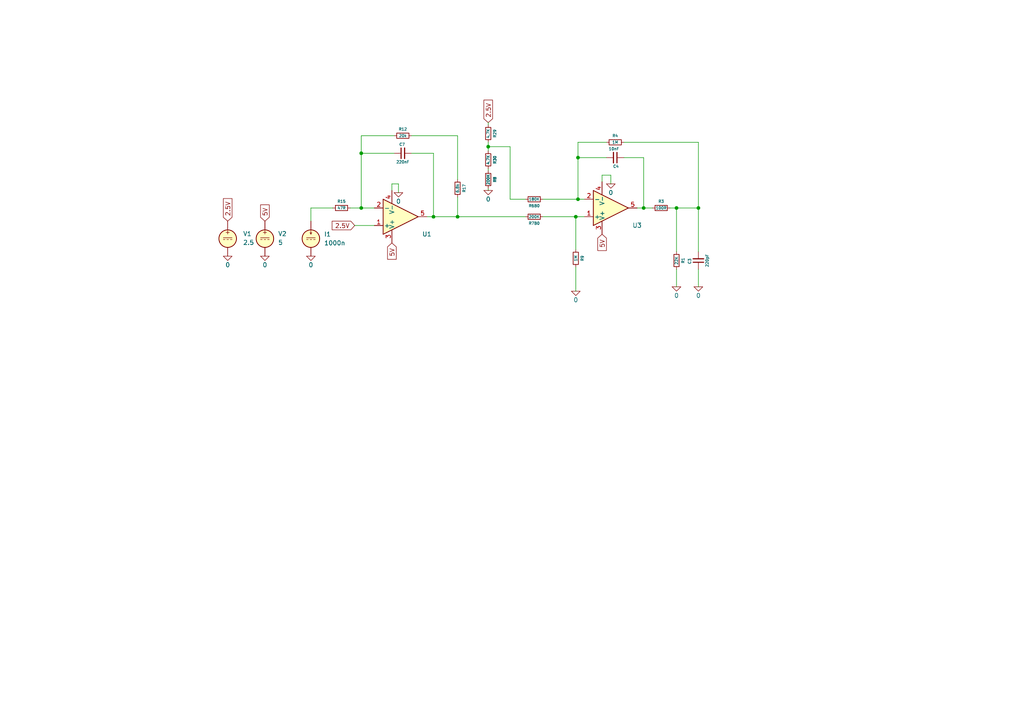
<source format=kicad_sch>
(kicad_sch (version 20231120) (generator "eeschema") (generator_version "8.0")
  (paper "A4")
  (title_block (title "OGS_Board") (date "2024-09-09") (rev "1") (company "Oizom Instruments Private Limited") (comment 1 "H2S / CO / SO2"))
  (lib_symbols
    (symbol "Device:C_Small" (pin_numbers hide) (pin_names (offset 0.254) hide)
      (property "Reference" "C" (at 0.254 1.778 0))
      (property "Value" "C_Small" (at 0.254 -2.032 0))
      (symbol "C_Small_0_1"
        (polyline (pts (xy -1.524 -0.508) (xy 1.524 -0.508)) (stroke (width 0.3302)))
        (polyline (pts (xy -1.524 0.508) (xy 1.524 0.508)) (stroke (width 0.3048)))
      )
      (symbol "C_Small_1_1"
        (pin passive line (at 0 2.54 270) (length 2.032) (name "~") (number "1"))
        (pin passive line (at 0 -2.54 90) (length 2.032) (name "~") (number "2"))
      )
    )
    (symbol "Device:R_Small" (pin_numbers hide) (pin_names (offset 0.254) hide)
      (property "Reference" "R" (at 0.762 0.508 0))
      (property "Value" "R_Small" (at 0.762 -1.016 0))
      (symbol "R_Small_0_1"
        (rectangle (start -0.762 1.778) (end 0.762 -1.778) (stroke (width 0.2032)))
      )
      (symbol "R_Small_1_1"
        (pin passive line (at 0 2.54 270) (length 0.762) (name "~") (number "1"))
        (pin passive line (at 0 -2.54 90) (length 0.762) (name "~") (number "2"))
      )
    )
    (symbol "Simulation_SPICE:0" (power) (pin_numbers hide) (pin_names (offset 0) hide)
      (property "Value" "0" (at 0 -2.54 0))
      (symbol "0_0_1"
        (polyline (pts (xy -1.27 0) (xy 0 -1.27) (xy 1.27 0) (xy -1.27 0)))
      )
      (symbol "0_1_1"
        (pin power_in line (at 0 0 0) (length 0) (name "~") (number "1"))
      )
    )
    (symbol "Simulation_SPICE:IDC" (pin_numbers hide) (pin_names (offset 0.0254))
      (property "Reference" "I" (at 2.54 2.54 0))
      (property "Value" "1" (at 2.54 0 0))
      (symbol "IDC_0_0"
        (polyline (pts (xy -1.27 0.254) (xy 1.27 0.254)))
        (polyline (pts (xy -0.762 -0.254) (xy -1.27 -0.254)))
        (polyline (pts (xy 0.254 -0.254) (xy -0.254 -0.254)))
        (polyline (pts (xy 1.27 -0.254) (xy 0.762 -0.254)))
      )
      (symbol "IDC_0_1"
        (polyline (pts (xy 0 1.27) (xy 0 2.286)))
        (polyline (pts (xy -0.254 1.778) (xy 0 1.27) (xy 0.254 1.778)))
        (circle (center 0 0) (radius 2.54) (stroke (width 0.254)) (fill (type background)))
      )
      (symbol "IDC_1_1"
        (pin passive line (at 0 5.08 270) (length 2.54) (name "~") (number "1"))
        (pin passive line (at 0 -5.08 90) (length 2.54) (name "~") (number "2"))
      )
    )
    (symbol "Simulation_SPICE:OPAMP" (pin_names (offset 0.254))
      (property "Reference" "U" (at 3.81 3.175 0))
      (property "Value" "${SIM.PARAMS}" (at 3.81 -3.175 0))
      (symbol "OPAMP_0_1"
        (polyline (pts (xy 5.08 0) (xy -5.08 5.08) (xy -5.08 -5.08) (xy 5.08 0)) (stroke (width 0.254)) (fill (type background)))
      )
      (symbol "OPAMP_1_1"
        (pin input line (at -7.62 2.54 0) (length 2.54) (name "+") (number "1"))
        (pin input line (at -7.62 -2.54 0) (length 2.54) (name "-") (number "2"))
        (pin power_in line (at -2.54 7.62 270) (length 3.81) (name "V+") (number "3"))
        (pin power_in line (at -2.54 -7.62 90) (length 3.81) (name "V-") (number "4"))
        (pin output line (at 7.62 0 180) (length 2.54) (name "~") (number "5"))
      )
    )
    (symbol "Simulation_SPICE:VDC" (pin_numbers hide) (pin_names (offset 0.0254))
      (property "Reference" "V" (at 2.54 2.54 0))
      (property "Value" "1" (at 2.54 0 0))
      (symbol "VDC_0_0"
        (polyline (pts (xy -1.27 0.254) (xy 1.27 0.254)))
        (polyline (pts (xy -0.762 -0.254) (xy -1.27 -0.254)))
        (polyline (pts (xy 0.254 -0.254) (xy -0.254 -0.254)))
        (polyline (pts (xy 1.27 -0.254) (xy 0.762 -0.254)))
        (text "+" (at 0 1.905 0) (effects (font (size 1.27 1.27))))
      )
      (symbol "VDC_0_1"
        (circle (center 0 0) (radius 2.54) (stroke (width 0.254)) (fill (type background)))
      )
      (symbol "VDC_1_1"
        (pin passive line (at 0 5.08 270) (length 2.54) (name "~") (number "1"))
        (pin passive line (at 0 -5.08 90) (length 2.54) (name "~") (number "2"))
      )
    )
  )
  (junction (at 125.73 62.865))
  (junction (at 141.605 42.545))
  (junction (at 167.64 45.72))
  (junction (at 186.69 60.325))
  (junction (at 196.215 60.325))
  (junction (at 202.565 60.325))
  (junction (at 104.775 44.45))
  (junction (at 167.005 62.865))
  (junction (at 167.64 57.785))
  (junction (at 132.715 62.865))
  (junction (at 104.775 60.325))
  (wire (pts (xy 174.625 52.705) (xy 174.625 50.8)))
  (wire (pts (xy 132.715 39.37) (xy 119.38 39.37)))
  (wire (pts (xy 90.17 64.135) (xy 90.17 60.325)))
  (wire (pts (xy 141.605 42.545) (xy 141.605 43.815)))
  (wire (pts (xy 141.605 35.56) (xy 141.605 36.195)))
  (wire (pts (xy 202.565 78.105) (xy 202.565 83.185)))
  (wire (pts (xy 113.665 55.245) (xy 113.665 53.34)))
  (wire (pts (xy 132.715 52.07) (xy 132.715 39.37)))
  (wire (pts (xy 167.64 45.72) (xy 175.895 45.72)))
  (wire (pts (xy 101.6 60.325) (xy 104.775 60.325)))
  (wire (pts (xy 125.73 62.865) (xy 132.715 62.865)))
  (wire (pts (xy 202.565 41.275) (xy 202.565 60.325)))
  (wire (pts (xy 174.625 50.8) (xy 177.165 50.8)))
  (wire (pts (xy 113.665 53.34) (xy 115.57 53.34)))
  (wire (pts (xy 147.955 57.785) (xy 147.955 42.545)))
  (wire (pts (xy 167.005 62.865) (xy 169.545 62.865)))
  (wire (pts (xy 175.895 41.275) (xy 167.64 41.275)))
  (wire (pts (xy 177.165 50.8) (xy 177.165 53.34)))
  (wire (pts (xy 90.17 60.325) (xy 96.52 60.325)))
  (wire (pts (xy 167.005 62.865) (xy 167.005 72.39)))
  (wire (pts (xy 157.48 57.785) (xy 167.64 57.785)))
  (wire (pts (xy 141.605 48.895) (xy 141.605 49.53)))
  (wire (pts (xy 115.57 53.34) (xy 115.57 55.88)))
  (wire (pts (xy 167.005 77.47) (xy 167.005 84.455)))
  (wire (pts (xy 141.605 54.61) (xy 141.605 55.245)))
  (wire (pts (xy 180.975 45.72) (xy 186.69 45.72)))
  (wire (pts (xy 125.73 62.865) (xy 125.73 44.45)))
  (wire (pts (xy 141.605 42.545) (xy 147.955 42.545)))
  (wire (pts (xy 114.3 39.37) (xy 104.775 39.37)))
  (wire (pts (xy 196.215 60.325) (xy 196.215 73.025)))
  (wire (pts (xy 157.48 62.865) (xy 167.005 62.865)))
  (wire (pts (xy 184.785 60.325) (xy 186.69 60.325)))
  (wire (pts (xy 132.715 62.865) (xy 152.4 62.865)))
  (wire (pts (xy 104.775 44.45) (xy 114.3 44.45)))
  (wire (pts (xy 123.825 62.865) (xy 125.73 62.865)))
  (wire (pts (xy 102.87 65.405) (xy 108.585 65.405)))
  (wire (pts (xy 104.775 44.45) (xy 104.775 60.325)))
  (wire (pts (xy 202.565 60.325) (xy 196.215 60.325)))
  (wire (pts (xy 196.215 78.105) (xy 196.215 83.185)))
  (wire (pts (xy 125.73 44.45) (xy 119.38 44.45)))
  (wire (pts (xy 167.64 57.785) (xy 169.545 57.785)))
  (wire (pts (xy 167.64 41.275) (xy 167.64 45.72)))
  (wire (pts (xy 104.775 60.325) (xy 108.585 60.325)))
  (wire (pts (xy 186.69 60.325) (xy 189.23 60.325)))
  (wire (pts (xy 180.975 41.275) (xy 202.565 41.275)))
  (wire (pts (xy 202.565 60.325) (xy 202.565 73.025)))
  (wire (pts (xy 167.64 45.72) (xy 167.64 57.785)))
  (wire (pts (xy 186.69 45.72) (xy 186.69 60.325)))
  (wire (pts (xy 104.775 39.37) (xy 104.775 44.45)))
  (wire (pts (xy 152.4 57.785) (xy 147.955 57.785)))
  (wire (pts (xy 196.215 60.325) (xy 194.31 60.325)))
  (wire (pts (xy 132.715 57.15) (xy 132.715 62.865)))
  (wire (pts (xy 141.605 41.275) (xy 141.605 42.545)))
  (global_label "2.5V" (shape input) (at 102.87 65.405 180) (property "Intersheetrefs" "${INTERSHEET_REFS}" (effects (hide yes))))
  (global_label "2.5V" (shape input) (at 141.605 35.56 90) (property "Intersheetrefs" "${INTERSHEET_REFS}" (effects (hide yes))))
  (global_label "5V" (shape input) (at 76.835 64.135 90) (property "Intersheetrefs" "${INTERSHEET_REFS}" (effects (hide yes))))
  (global_label "5V" (shape input) (at 174.625 67.945 270) (property "Intersheetrefs" "${INTERSHEET_REFS}" (effects (hide yes))))
  (global_label "2.5V" (shape input) (at 66.04 64.135 90) (property "Intersheetrefs" "${INTERSHEET_REFS}" (effects (hide yes))))
  (global_label "5V" (shape input) (at 113.665 70.485 270) (property "Intersheetrefs" "${INTERSHEET_REFS}" (effects (hide yes))))
  (symbol (lib_id "Device:R_Small") (at 154.94 57.785 270) (unit 1)
    (property "Reference" "R6B0" (at 154.94 59.69 90) (effects (font (size 0.8 0.8))))
    (property "Value" "180K" (at 154.94 57.785 90) (effects (font (size 0.8 0.8))))
    (property "Footprint" "Resistor_SMD:R_0603_1608Metric" (effects (hide yes)))
  )
  (symbol (lib_id "Simulation_SPICE:OPAMP") (at 177.165 60.325 0) (mirror x) (unit 1)
    (property "Reference" "U3" (at 184.785 65.3736 0))
    (property "Value" "${SIM.PARAMS}" (at 184.785 63.4685 0))
    (property "Datasheet" "https://ngspice.sourceforge.io/docs/ngspice-html-manual/manual.xhtml#sec__SUBCKT_Subcircuits" (effects (hide yes)))
    (property "Description" "Operational amplifier, single, node sequence=1:+ 2:- 3:OUT 4:V+ 5:V-" (effects (hide yes)))
    (property "Sim.Pins" "1=in+ 2=in- 3=vcc 4=vee 5=out" (effects (hide yes)))
    (property "Sim.Device" "SUBCKT" (effects (hide yes)))
    (property "Sim.Library" "${KICAD8_SYMBOL_DIR}/Simulation_SPICE.sp" (effects (hide yes)))
    (property "Sim.Name" "kicad_builtin_opamp" (effects (hide yes)))
  )
  (symbol (lib_id "Device:R_Small") (at 196.215 75.565 0) (unit 1)
    (property "Reference" "R1" (at 198.12 75.565 90) (effects (font (size 0.8 0.8))))
    (property "Value" "22K" (at 196.215 75.565 90) (effects (font (size 0.8 0.8))))
    (property "Footprint" "Resistor_SMD:R_0603_1608Metric" (effects (hide yes)))
  )
  (symbol (lib_id "Device:R_Small") (at 141.605 38.735 0) (unit 1)
    (property "Reference" "R29" (at 143.51 38.735 90) (effects (font (size 0.8 0.8))))
    (property "Value" "4.7K" (at 141.605 38.735 90) (effects (font (size 0.8 0.8))))
    (property "Footprint" "Resistor_SMD:R_0603_1608Metric" (effects (hide yes)))
  )
  (symbol (lib_id "Simulation_SPICE:0") (at 167.005 84.455 0) (unit 1)
    (property "Reference" "#GND02" (effects (hide yes)))
    (property "Value" "0" (at 167.005 86.995 0))
    (property "Datasheet" "https://ngspice.sourceforge.io/docs/ngspice-html-manual/manual.xhtml#subsec_Circuit_elements__device" (effects (hide yes)))
    (property "Description" "0V reference potential for simulation" (effects (hide yes)))
  )
  (symbol (lib_id "Device:R_Small") (at 141.605 46.355 0) (unit 1)
    (property "Reference" "R30" (at 143.51 46.355 90) (effects (font (size 0.8 0.8))))
    (property "Value" "4.7K" (at 141.605 46.355 90) (effects (font (size 0.8 0.8))))
    (property "Footprint" "Resistor_SMD:R_0603_1608Metric" (effects (hide yes)))
  )
  (symbol (lib_id "Device:C_Small") (at 202.565 75.565 180) (unit 1)
    (property "Reference" "C3" (at 200.025 74.93 90) (effects (font (size 0.8 0.8)) (justify left)))
    (property "Value" "220pF" (at 205.105 73.66 90) (effects (font (size 0.8 0.8)) (justify left)))
    (property "Footprint" "Capacitor_SMD:C_0603_1608Metric" (effects (hide yes)))
  )
  (symbol (lib_id "Simulation_SPICE:0") (at 196.215 83.185 0) (unit 1)
    (property "Reference" "#GND05" (effects (hide yes)))
    (property "Value" "0" (at 196.215 85.725 0))
    (property "Datasheet" "https://ngspice.sourceforge.io/docs/ngspice-html-manual/manual.xhtml#subsec_Circuit_elements__device" (effects (hide yes)))
    (property "Description" "0V reference potential for simulation" (effects (hide yes)))
  )
  (symbol (lib_id "Simulation_SPICE:0") (at 66.04 74.295 0) (unit 1)
    (property "Reference" "#GND07" (effects (hide yes)))
    (property "Value" "0" (at 66.04 76.835 0))
    (property "Datasheet" "https://ngspice.sourceforge.io/docs/ngspice-html-manual/manual.xhtml#subsec_Circuit_elements__device" (effects (hide yes)))
    (property "Description" "0V reference potential for simulation" (effects (hide yes)))
  )
  (symbol (lib_id "Device:R_Small") (at 99.06 60.325 90) (unit 1)
    (property "Reference" "R15" (at 99.06 58.42 90) (effects (font (size 0.8 0.8))))
    (property "Value" "47R" (at 99.06 60.325 90) (effects (font (size 0.8 0.8))))
    (property "Footprint" "Resistor_SMD:R_0603_1608Metric" (effects (hide yes)))
  )
  (symbol (lib_id "Simulation_SPICE:0") (at 141.605 55.245 0) (unit 1)
    (property "Reference" "#GND01" (effects (hide yes)))
    (property "Value" "0" (at 141.605 57.785 0))
    (property "Datasheet" "https://ngspice.sourceforge.io/docs/ngspice-html-manual/manual.xhtml#subsec_Circuit_elements__device" (effects (hide yes)))
    (property "Description" "0V reference potential for simulation" (effects (hide yes)))
  )
  (symbol (lib_id "Device:C_Small") (at 178.435 45.72 270) (unit 1)
    (property "Reference" "C4" (at 177.8 48.26 90) (effects (font (size 0.8 0.8)) (justify left)))
    (property "Value" "10nF" (at 176.53 43.18 90) (effects (font (size 0.8 0.8)) (justify left)))
    (property "Footprint" "Capacitor_SMD:C_0603_1608Metric" (effects (hide yes)))
  )
  (symbol (lib_id "Simulation_SPICE:VDC") (at 76.835 69.215 0) (unit 1)
    (property "Reference" "V2" (at 80.645 67.8151 0) (effects (justify left)))
    (property "Value" "5" (at 80.645 70.3551 0) (effects (justify left)))
    (property "Datasheet" "https://ngspice.sourceforge.io/docs/ngspice-html-manual/manual.xhtml#sec_Independent_Sources_for" (effects (hide yes)))
    (property "Description" "Voltage source, DC" (effects (hide yes)))
    (property "Sim.Pins" "1=+ 2=-" (effects (hide yes)))
    (property "Sim.Type" "DC" (effects (hide yes)))
    (property "Sim.Device" "V" (effects (hide yes)))
  )
  (symbol (lib_id "Device:R_Small") (at 154.94 62.865 270) (unit 1)
    (property "Reference" "R7B0" (at 154.94 64.77 90) (effects (font (size 0.8 0.8))))
    (property "Value" "200K" (at 154.94 62.865 90) (effects (font (size 0.8 0.8))))
    (property "Footprint" "Resistor_SMD:R_0603_1608Metric" (effects (hide yes)))
  )
  (symbol (lib_id "Simulation_SPICE:IDC") (at 90.17 69.215 0) (unit 1)
    (property "Reference" "I1" (at 93.98 67.9449 0) (effects (justify left)))
    (property "Value" "1000n" (at 93.98 70.4849 0) (effects (justify left)))
    (property "Datasheet" "https://ngspice.sourceforge.io/docs/ngspice-html-manual/manual.xhtml#sec_Independent_Sources_for" (effects (hide yes)))
    (property "Description" "Current source, DC" (effects (hide yes)))
    (property "Sim.Pins" "1=+ 2=-" (effects (hide yes)))
    (property "Sim.Type" "DC" (effects (hide yes)))
    (property "Sim.Device" "I" (effects (hide yes)))
  )
  (symbol (lib_id "Simulation_SPICE:VDC") (at 66.04 69.215 0) (unit 1)
    (property "Reference" "V1" (at 70.485 67.8151 0) (effects (justify left)))
    (property "Value" "2.5" (at 70.485 70.3551 0) (effects (justify left)))
    (property "Datasheet" "https://ngspice.sourceforge.io/docs/ngspice-html-manual/manual.xhtml#sec_Independent_Sources_for" (effects (hide yes)))
    (property "Description" "Voltage source, DC" (effects (hide yes)))
    (property "Sim.Pins" "1=+ 2=-" (effects (hide yes)))
    (property "Sim.Type" "DC" (effects (hide yes)))
    (property "Sim.Device" "V" (effects (hide yes)))
  )
  (symbol (lib_id "Simulation_SPICE:0") (at 76.835 74.295 0) (unit 1)
    (property "Reference" "#GND08" (effects (hide yes)))
    (property "Value" "0" (at 76.835 76.835 0))
    (property "Datasheet" "https://ngspice.sourceforge.io/docs/ngspice-html-manual/manual.xhtml#subsec_Circuit_elements__device" (effects (hide yes)))
    (property "Description" "0V reference potential for simulation" (effects (hide yes)))
  )
  (symbol (lib_id "Device:C_Small") (at 116.84 44.45 90) (unit 1)
    (property "Reference" "C7" (at 117.475 41.91 90) (effects (font (size 0.8 0.8)) (justify left)))
    (property "Value" "220nF" (at 118.745 46.99 90) (effects (font (size 0.8 0.8)) (justify left)))
    (property "Footprint" "Capacitor_SMD:C_0603_1608Metric" (effects (hide yes)))
  )
  (symbol (lib_id "Device:R_Small") (at 132.715 54.61 180) (unit 1)
    (property "Reference" "R17" (at 134.62 54.61 90) (effects (font (size 0.8 0.8))))
    (property "Value" "6.8k" (at 132.715 54.61 90) (effects (font (size 0.8 0.8))))
    (property "Footprint" "Resistor_SMD:R_0603_1608Metric" (effects (hide yes)))
  )
  (symbol (lib_id "Simulation_SPICE:0") (at 202.565 83.185 0) (unit 1)
    (property "Reference" "#GND06" (effects (hide yes)))
    (property "Value" "0" (at 202.565 85.725 0))
    (property "Datasheet" "https://ngspice.sourceforge.io/docs/ngspice-html-manual/manual.xhtml#subsec_Circuit_elements__device" (effects (hide yes)))
    (property "Description" "0V reference potential for simulation" (effects (hide yes)))
  )
  (symbol (lib_id "Device:R_Small") (at 191.77 60.325 90) (unit 1)
    (property "Reference" "R3" (at 191.77 58.42 90) (effects (font (size 0.8 0.8))))
    (property "Value" "100R" (at 191.77 60.325 90) (effects (font (size 0.8 0.8))))
    (property "Footprint" "Resistor_SMD:R_0603_1608Metric" (effects (hide yes)))
  )
  (symbol (lib_id "Device:R_Small") (at 141.605 52.07 0) (unit 1)
    (property "Reference" "R8" (at 143.51 52.07 90) (effects (font (size 0.8 0.8))))
    (property "Value" "200K" (at 141.605 52.07 90) (effects (font (size 0.8 0.8))))
    (property "Footprint" "Resistor_SMD:R_0603_1608Metric" (effects (hide yes)))
  )
  (symbol (lib_id "Simulation_SPICE:0") (at 115.57 55.88 0) (unit 1)
    (property "Reference" "#GND04" (effects (hide yes)))
    (property "Value" "0" (at 115.57 58.42 0))
    (property "Datasheet" "https://ngspice.sourceforge.io/docs/ngspice-html-manual/manual.xhtml#subsec_Circuit_elements__device" (effects (hide yes)))
    (property "Description" "0V reference potential for simulation" (effects (hide yes)))
  )
  (symbol (lib_id "Simulation_SPICE:0") (at 177.165 53.34 0) (unit 1)
    (property "Reference" "#GND03" (effects (hide yes)))
    (property "Value" "0" (at 177.165 55.88 0))
    (property "Datasheet" "https://ngspice.sourceforge.io/docs/ngspice-html-manual/manual.xhtml#subsec_Circuit_elements__device" (effects (hide yes)))
    (property "Description" "0V reference potential for simulation" (effects (hide yes)))
  )
  (symbol (lib_id "Device:R_Small") (at 167.005 74.93 0) (unit 1)
    (property "Reference" "R9" (at 168.91 74.93 90) (effects (font (size 0.8 0.8))))
    (property "Value" "1M" (at 167.005 74.93 90) (effects (font (size 0.8 0.8))))
    (property "Footprint" "Resistor_SMD:R_0603_1608Metric" (effects (hide yes)))
  )
  (symbol (lib_id "Simulation_SPICE:OPAMP") (at 116.205 62.865 0) (mirror x) (unit 1)
    (property "Reference" "U1" (at 123.825 67.9136 0))
    (property "Value" "${SIM.PARAMS}" (at 123.825 66.0085 0))
    (property "Datasheet" "https://ngspice.sourceforge.io/docs/ngspice-html-manual/manual.xhtml#sec__SUBCKT_Subcircuits" (effects (hide yes)))
    (property "Description" "Operational amplifier, single, node sequence=1:+ 2:- 3:OUT 4:V+ 5:V-" (effects (hide yes)))
    (property "Sim.Pins" "1=in+ 2=in- 3=vcc 4=vee 5=out" (effects (hide yes)))
    (property "Sim.Device" "SUBCKT" (effects (hide yes)))
    (property "Sim.Library" "${KICAD8_SYMBOL_DIR}/Simulation_SPICE.sp" (effects (hide yes)))
    (property "Sim.Name" "kicad_builtin_opamp" (effects (hide yes)))
  )
  (symbol (lib_id "Device:R_Small") (at 178.435 41.275 90) (unit 1)
    (property "Reference" "R4" (at 178.435 39.37 90) (effects (font (size 0.8 0.8))))
    (property "Value" "1M" (at 178.435 41.275 90) (effects (font (size 0.8 0.8))))
    (property "Footprint" "Resistor_SMD:R_0603_1608Metric" (effects (hide yes)))
  )
  (symbol (lib_id "Simulation_SPICE:0") (at 90.17 74.295 0) (unit 1)
    (property "Reference" "#GND09" (effects (hide yes)))
    (property "Value" "0" (at 90.17 76.835 0))
    (property "Datasheet" "https://ngspice.sourceforge.io/docs/ngspice-html-manual/manual.xhtml#subsec_Circuit_elements__device" (effects (hide yes)))
    (property "Description" "0V reference potential for simulation" (effects (hide yes)))
  )
  (symbol (lib_id "Device:R_Small") (at 116.84 39.37 90) (unit 1)
    (property "Reference" "R12" (at 116.84 37.465 90) (effects (font (size 0.8 0.8))))
    (property "Value" "20k" (at 116.84 39.37 90) (effects (font (size 0.8 0.8))))
    (property "Footprint" "Resistor_SMD:R_0603_1608Metric" (effects (hide yes)))
  )
)
</source>
